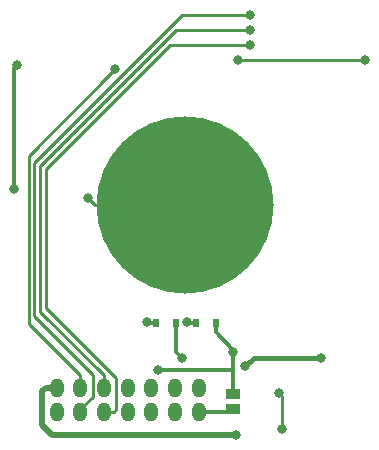
<source format=gbl>
G04 #@! TF.GenerationSoftware,KiCad,Pcbnew,no-vcs-found-e0b9a21~60~ubuntu15.04.1*
G04 #@! TF.CreationDate,2017-10-17T01:04:49+03:00*
G04 #@! TF.ProjectId,livolo_1_channel_1way_eu_switch,6C69766F6C6F5F315F6368616E6E656C,rev?*
G04 #@! TF.SameCoordinates,Original*
G04 #@! TF.FileFunction,Copper,L2,Bot,Signal*
G04 #@! TF.FilePolarity,Positive*
%FSLAX46Y46*%
G04 Gerber Fmt 4.6, Leading zero omitted, Abs format (unit mm)*
G04 Created by KiCad (PCBNEW no-vcs-found-e0b9a21~60~ubuntu15.04.1) date Tue Oct 17 01:04:49 2017*
%MOMM*%
%LPD*%
G01*
G04 APERTURE LIST*
%ADD10O,1.200000X1.600000*%
%ADD11R,0.600000X0.800000*%
%ADD12C,15.000000*%
%ADD13R,1.270000X0.970000*%
%ADD14C,0.800000*%
%ADD15C,0.300000*%
%ADD16C,0.250000*%
%ADD17C,0.450000*%
%ADD18C,0.500000*%
G04 APERTURE END LIST*
D10*
X143650000Y-107550000D03*
X143650000Y-109550000D03*
X141650000Y-107550000D03*
X141650000Y-109550000D03*
X139650000Y-107550000D03*
X139650000Y-109550000D03*
X137650000Y-107550000D03*
X137650000Y-109550000D03*
X135650000Y-107550000D03*
X135650000Y-109550000D03*
X133650000Y-107550000D03*
X133650000Y-109550000D03*
X131650000Y-107550000D03*
X131650000Y-109550000D03*
D11*
X143400000Y-102050000D03*
X145100000Y-102050000D03*
X140050000Y-102050000D03*
X141750000Y-102050000D03*
D12*
X142471636Y-92094052D03*
D13*
X146600000Y-108060000D03*
X146600000Y-109340000D03*
D14*
X146600000Y-104500000D03*
X140250000Y-106000000D03*
X128000000Y-90750000D03*
X128250000Y-80250000D03*
X150462668Y-108019998D03*
X150750000Y-111000000D03*
X157750000Y-79749996D03*
X146999998Y-79750002D03*
X142250000Y-105000000D03*
X154000000Y-105000000D03*
X147600000Y-105700000D03*
X146800000Y-111500000D03*
X142700050Y-102000000D03*
X139300002Y-102000000D03*
X148000000Y-76000000D03*
X148000000Y-77250000D03*
X148000000Y-78500000D03*
X136576985Y-80576985D03*
X134250000Y-91500000D03*
D15*
X146600000Y-104500000D02*
X146600000Y-104350000D01*
X146600000Y-104350000D02*
X145100000Y-102850000D01*
X145100000Y-102850000D02*
X145100000Y-102050000D01*
X128250000Y-80250000D02*
X128000000Y-80500000D01*
X128000000Y-80500000D02*
X128000000Y-90750000D01*
X146600000Y-105500000D02*
X146600000Y-104500000D01*
X146600000Y-105500000D02*
X146600000Y-105900000D01*
X146600000Y-105900000D02*
X146500000Y-106000000D01*
X146500000Y-106000000D02*
X140250000Y-106000000D01*
X146600000Y-108060000D02*
X146600000Y-105500000D01*
D16*
X150750000Y-111000000D02*
X150750000Y-108307330D01*
X150750000Y-108307330D02*
X150462668Y-108019998D01*
X146999998Y-79750002D02*
X157749994Y-79750002D01*
X157749994Y-79750002D02*
X157750000Y-79749996D01*
D15*
X141750000Y-104500000D02*
X142250000Y-105000000D01*
X141750000Y-102050000D02*
X141750000Y-104500000D01*
D17*
X148300000Y-105000000D02*
X147600000Y-105700000D01*
X154000000Y-105000000D02*
X148300000Y-105000000D01*
D18*
X131650000Y-107550000D02*
X130695406Y-107550000D01*
X130695406Y-107550000D02*
X130424999Y-107820407D01*
X130424999Y-107820407D02*
X130424999Y-110665001D01*
X130424999Y-110665001D02*
X131259998Y-111500000D01*
X131259998Y-111500000D02*
X146800000Y-111500000D01*
D15*
X142750050Y-102050000D02*
X142700050Y-102000000D01*
X143400000Y-102050000D02*
X142750050Y-102050000D01*
X140050000Y-102050000D02*
X139350002Y-102050000D01*
X139350002Y-102050000D02*
X139300002Y-102000000D01*
D16*
X134674990Y-106424990D02*
X129750000Y-101500000D01*
X133650000Y-109550000D02*
X133650000Y-109350000D01*
X133650000Y-109350000D02*
X134674990Y-108325010D01*
X134674990Y-108325010D02*
X134674990Y-106424990D01*
X129750000Y-101500000D02*
X129750000Y-88500000D01*
X129750000Y-88500000D02*
X142250000Y-76000000D01*
X142250000Y-76000000D02*
X148000000Y-76000000D01*
X135650000Y-107550000D02*
X135650000Y-106500000D01*
X135650000Y-106500000D02*
X130250000Y-101100000D01*
X130250000Y-101100000D02*
X130250000Y-88750000D01*
X130250000Y-88750000D02*
X141750000Y-77250000D01*
X141750000Y-77250000D02*
X148000000Y-77250000D01*
X135650000Y-109550000D02*
X136500000Y-109550000D01*
X136500000Y-109550000D02*
X136674990Y-109375010D01*
X136674990Y-109375010D02*
X136674990Y-106674990D01*
X136674990Y-106674990D02*
X130750000Y-100750000D01*
X130750000Y-89000000D02*
X141250000Y-78500000D01*
X130750000Y-100750000D02*
X130750000Y-89000000D01*
X141250000Y-78500000D02*
X148000000Y-78500000D01*
X129249990Y-102099990D02*
X129249990Y-87903980D01*
X133650000Y-106500000D02*
X129249990Y-102099990D01*
X129249990Y-87903980D02*
X136176986Y-80976984D01*
X136176986Y-80976984D02*
X136576985Y-80576985D01*
X133650000Y-107550000D02*
X133650000Y-106500000D01*
X134250000Y-91500000D02*
X134844052Y-92094052D01*
X134844052Y-92094052D02*
X142471636Y-92094052D01*
D15*
X143650000Y-109550000D02*
X146390000Y-109550000D01*
D16*
X146390000Y-109550000D02*
X146600000Y-109340000D01*
M02*

</source>
